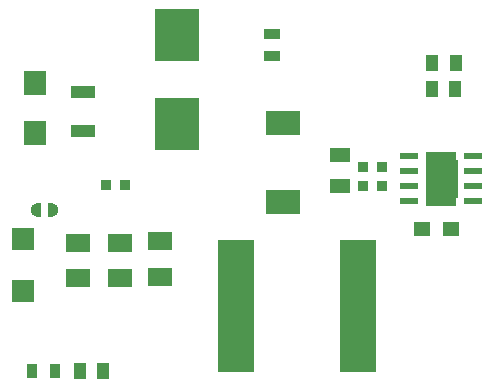
<source format=gtp>
G04 DesignSpark PCB Gerber Version 12.0 Build 5942*
%FSLAX35Y35*%
%MOMM*%
%ADD101R,0.81000X1.31000*%
%ADD103R,0.84600X0.92600*%
%ADD89R,1.08000X1.40400*%
%ADD102R,1.93500X1.98500*%
%ADD96R,1.93500X2.08500*%
%ADD93R,2.65500X4.60500*%
%ADD91R,3.01500X11.26500*%
%ADD97R,3.73500X4.41100*%
%ADD16C,0.02540*%
%ADD107C,1.13030*%
%ADD105C,1.13320*%
%AMT104*0 Bullet Pad at angle 90*4,1,30,0.44510,-0.56660,0.44510,0.56660,0.12150,0.56660,0.05570,0.56280,-0.00920,0.55140,-0.07230,0.53250,-0.13280,0.50640,-0.18990,0.47350,-0.24280,0.43420,-0.29070,0.38900,-0.33310,0.33850,-0.36930,0.28340,-0.39890,0.22450,-0.42140,0.16260,-0.43660,0.09850,-0.44430,0.03300,-0.44430,-0.03290,-0.43670,-0.09840,-0.42150,-0.16250,-0.39900,-0.22440,-0.36940,-0.28330,-0.33320,-0.33840,-0.29080,-0.38890,-0.24290,-0.43410,-0.19000,-0.47350,-0.13290,-0.50650,-0.07240,-0.53260,-0.00930,-0.55150,0.05560,-0.56300,0.12150,-0.56660,0.44510,-0.56660,0*%
%ADD104T104*%
%ADD92R,1.49000X0.54000*%
%ADD99R,0.88800X0.82800*%
%ADD100R,1.32000X0.90000*%
%ADD95R,2.09000X0.99000*%
%ADD94R,1.33100X1.28020*%
%ADD98R,1.67600X1.29600*%
%ADD88R,2.07500X1.57500*%
%ADD90R,2.83700X2.09700*%
%AMT106*0 Bullet Pad at angle 270*4,1,30,-0.44520,0.56520,-0.44520,-0.56520,-0.12000,-0.56520,-0.05440,-0.56140,0.01030,-0.55000,0.07330,-0.53120,0.13370,-0.50520,0.19060,-0.47230,0.24330,-0.43310,0.29110,-0.38800,0.33340,-0.33770,0.36950,-0.28280,0.39900,-0.22410,0.42150,-0.16230,0.43670,-0.09830,0.44430,-0.03300,0.44430,0.03270,0.43670,0.09800,0.42160,0.16200,0.39910,0.22380,0.36960,0.28250,0.33350,0.33740,0.29130,0.38780,0.24350,0.43290,0.19080,0.47220,0.13390,0.50510,0.07360,0.53120,0.01060,0.55010,-0.05410,0.56150,-0.12000,0.56520,-0.44520,0.56520,0*%
%ADD106T106*%
X0Y0D02*
D02*
D16*
X4765890Y1779630D02*
X4505890D01*
Y2089630D01*
X4765890D01*
Y1779630D01*
G36*
X4765890Y1779630D02*
X4505890D01*
Y2089630D01*
X4765890D01*
Y1779630D01*
G37*
D02*
D88*
X1555890Y1094630D03*
Y1394630D03*
X1915890Y1094630D03*
Y1394630D03*
X2255900Y1104630D03*
Y1404630D03*
D02*
D89*
X1574890Y304630D03*
X1774890Y303630D03*
X4554890Y2694630D03*
X4556890Y2915630D03*
X4754890Y2693630D03*
X4756890Y2914630D03*
D02*
D90*
X3295890Y1738130D03*
Y2411130D03*
D02*
D91*
X2900890Y854630D03*
X3930890D03*
D02*
D92*
X4365890Y1744130D03*
Y1871130D03*
Y1998130D03*
Y2125130D03*
X4905890Y1744130D03*
Y1871130D03*
Y1998130D03*
Y2125130D03*
D02*
D93*
X4635890Y1934630D03*
D02*
D94*
X4476430Y1512410D03*
X4717430D03*
D02*
D95*
X1605890Y2339630D03*
Y2669630D03*
D02*
D96*
X1195890Y2319630D03*
Y2749630D03*
D02*
D97*
X2395530Y2401120D03*
Y3148020D03*
D02*
D98*
X3775890Y1871030D03*
Y2138230D03*
D02*
D99*
X3975890Y1877130D03*
Y2032130D03*
X4135890Y1877130D03*
Y2032130D03*
D02*
D100*
X3205890Y2971130D03*
Y3158130D03*
D02*
D101*
X1171350Y304630D03*
X1361350D03*
D02*
D102*
X1095890Y984630D03*
Y1424630D03*
D02*
D103*
X1796890Y1884630D03*
X1954890D03*
D02*
D104*
X1200890Y1674630D03*
D02*
D106*
X1350890D03*
X0Y0D02*
M02*

</source>
